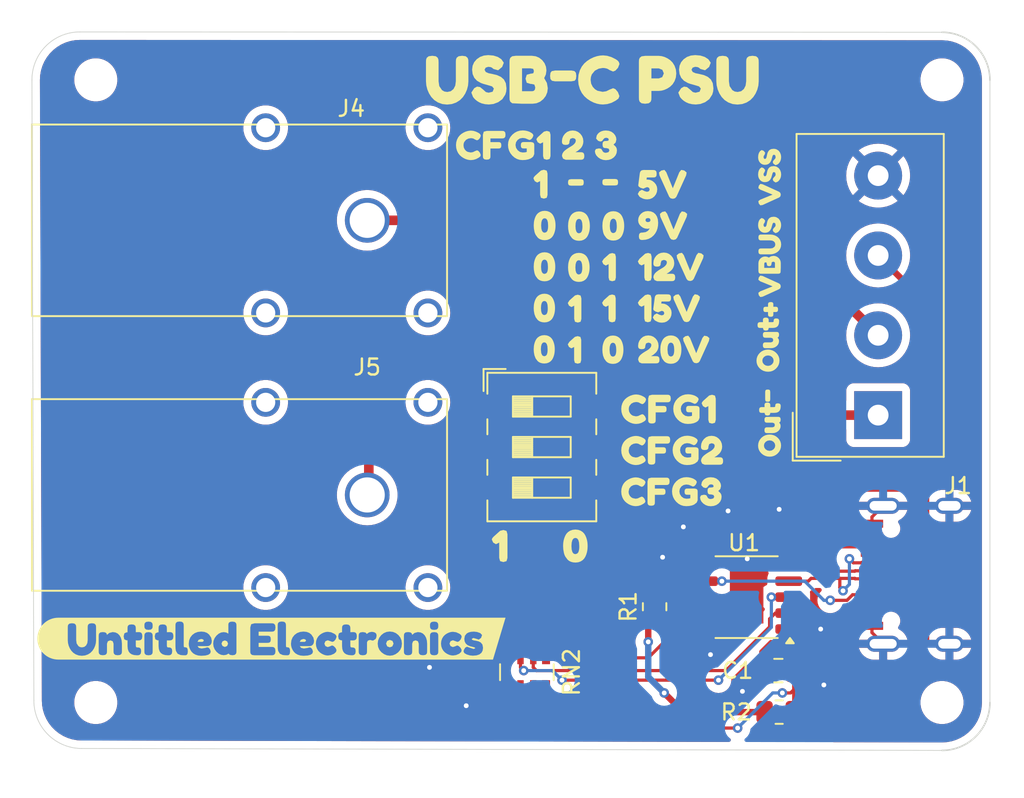
<source format=kicad_pcb>
(kicad_pcb (version 20240108) (generator "pcbnew") (generator_version "8.0")
  (layers (0 "F.Cu" signal) (31 "B.Cu" signal) (34 "B.Paste" user) (35 "F.Paste" user) (36 "B.SilkS" user "B.Silkscreen") (37 "F.SilkS" user "F.Silkscreen") (38 "B.Mask" user) (39 "F.Mask" user) (44 "Edge.Cuts" user))
  (net 0 "")
  (net 1 "VSS")
  (net 2 "VCC")
  (net 4 "CC2")
  (net 5 "VBUS")
  (net 6 "D-")
  (net 7 "D+")
  (net 8 "CC1")
  (net 10 "Output+")
  (net 11 "Output-")
  (net 12 "Net-(U1-VBUS)")
  (net 13 "CFG2")
  (net 14 "CFG3")
  (net 15 "CFG1")
  (footprint "kibuzzard-67742A98" (layer "F.Cu") (at 115.1 47.7)
    (property "Reference" "kibuzzard-67742A98" (hide yes))
    (property "Value" "G***" (hide yes))
  )
  (footprint "kibuzzard-6774292F" (layer "F.Cu") (at 114.8 65.2)
    (property "Reference" "kibuzzard-6774292F" (hide yes))
    (property "Value" "G***" (hide yes))
  )
  (footprint "kibuzzard-67742BF7" (layer "F.Cu") (at 129.1 52.1 90)
    (property "Reference" "kibuzzard-67742BF7" (hide yes))
    (property "Value" "G***" (hide yes))
  )
  (footprint "kibuzzard-67742BC8" (layer "F.Cu") (at 129.2 42.1 90)
    (property "Reference" "kibuzzard-67742BC8" (hide yes))
    (property "Value" "G***" (hide yes))
  )
  (footprint "Resistor_SMD:R_Array_Convex_4x0603" (layer "F.Cu") (at 114 73.1 -90)
    (property "Reference" "RN2" (at 0 -2.8 90) (layer "F.SilkS"))
    (property "Value" "R_Pack04")
    (pad "1" smd rect (at -0.9 -1.2 270) (size 0.8 0.5) (layers "F.Cu" "F.Paste" "F.Mask") (net 15 "CFG1"))
    (pad "2" smd rect (at -0.9 -0.4 270) (size 0.8 0.4) (layers "F.Cu" "F.Paste" "F.Mask") (net 13 "CFG2"))
    (pad "3" smd rect (at -0.9 0.4 270) (size 0.8 0.4) (layers "F.Cu" "F.Paste" "F.Mask") (net 14 "CFG3"))
    (pad "4" smd rect (at -0.9 1.2 270) (size 0.8 0.5) (layers "F.Cu" "F.Paste" "F.Mask"))
    (pad "5" smd rect (at 0.9 1.2 270) (size 0.8 0.5) (layers "F.Cu" "F.Paste" "F.Mask") (net 2 "VCC"))
    (pad "6" smd rect (at 0.9 0.4 270) (size 0.8 0.4) (layers "F.Cu" "F.Paste" "F.Mask") (net 2 "VCC"))
    (pad "7" smd rect (at 0.9 -0.4 270) (size 0.8 0.4) (layers "F.Cu" "F.Paste" "F.Mask") (net 2 "VCC"))
    (pad "8" smd rect (at 0.9 -1.2 270) (size 0.8 0.5) (layers "F.Cu" "F.Paste" "F.Mask") (net 2 "VCC"))
  )
  (footprint "UE-Connector:Banana24_245_1" (layer "F.Cu") (at 104 62)
    (property "Reference" "J5" (at 0 -8 0) (layer "F.SilkS"))
    (property "Value" "Output Negative")
    (pad "" thru_hole circle (at -6.36 -5.8) (size 1.8 1.8) (drill 1.2) (layers "*.Cu" "*.Mask"))
    (pad "" thru_hole circle (at -6.36 5.8) (size 1.8 1.8) (drill 1.2) (layers "*.Cu" "*.Mask"))
    (pad "" thru_hole circle (at 3.8 -5.8) (size 1.8 1.8) (drill 1.2) (layers "*.Cu" "*.Mask"))
    (pad "" thru_hole circle (at 3.8 5.8) (size 1.8 1.8) (drill 1.2) (layers "*.Cu" "*.Mask"))
    (pad "1" thru_hole circle (at 0 0) (size 2.8 2.8) (drill 2.2) (layers "*.Cu" "*.Mask") (net 11 "Output-"))
  )
  (footprint "UE_USB:USB_C_Receptical-Jing" (layer "F.Cu") (at 136.3125 67 90)
    (property "Reference" "J1" (at 5.575 4.7 0) (layer "F.SilkS"))
    (property "Value" "USB_C_Receptacle")
    (pad "" np_thru_hole circle (at -2.89 0.5 90) (size 0.65 0.65) (drill 0.65) (layers "*.Cu" "*.Mask"))
    (pad "" np_thru_hole circle (at 2.89 0.5 90) (size 0.65 0.65) (drill 0.65) (layers "*.Cu" "*.Mask"))
    (pad "A1" smd rect (at -3.325 -0.7 90) (size 0.25 1.4) (layers "F.Cu" "F.Paste" "F.Mask") (net 1 "VSS"))
    (pad "A4" smd rect (at -2.525 -0.7 90) (size 0.25 1.4) (layers "F.Cu" "F.Paste" "F.Mask") (net 5 "VBUS"))
    (pad "A5" smd rect (at -1.25 -0.7 90) (size 0.25 1.4) (layers "F.Cu" "F.Paste" "F.Mask") (net 8 "CC1"))
    (pad "A6" smd rect (at -0.25 -0.7 90) (size 0.25 1.4) (layers "F.Cu" "F.Paste" "F.Mask") (net 7 "D+"))
    (pad "A7" smd rect (at 0.25 -0.7 90) (size 0.25 1.4) (layers "F.Cu" "F.Paste" "F.Mask") (net 6 "D-"))
    (pad "A8" smd rect (at -1.75 -0.7 90) (size 0.25 1.4) (layers "F.Cu" "F.Paste" "F.Mask"))
    (pad "A9" smd rect (at 2.525 -0.7 90) (size 0.25 1.4) (layers "F.Cu" "F.Paste" "F.Mask") (net 5 "VBUS"))
    (pad "A12" smd rect (at 3.325 -0.7 90) (size 0.25 1.4) (layers "F.Cu" "F.Paste" "F.Mask") (net 1 "VSS"))
    (pad "B1" smd rect (at 3.075 -0.7 90) (size 0.25 1.4) (layers "F.Cu" "F.Paste" "F.Mask") (net 1 "VSS"))
    (pad "B4" smd rect (at 2.275 -0.7 90) (size 0.25 1.4) (layers "F.Cu" "F.Paste" "F.Mask") (net 5 "VBUS"))
    (pad "B5" smd rect (at 1.75 -0.7 90) (size 0.25 1.4) (layers "F.Cu" "F.Paste" "F.Mask") (net 4 "CC2"))
    (pad "B6" smd rect (at 0.75 -0.7 90) (size 0.25 1.4) (layers "F.Cu" "F.Paste" "F.Mask") (net 7 "D+"))
    (pad "B7" smd rect (at -0.75 -0.7 90) (size 0.25 1.4) (layers "F.Cu" "F.Paste" "F.Mask") (net 6 "D-"))
    (pad "B8" smd rect (at 1.25 -0.7 90) (size 0.25 1.4) (layers "F.Cu" "F.Paste" "F.Mask"))
    (pad "B9" smd rect (at -2.275 -0.7 90) (size 0.25 1.4) (layers "F.Cu" "F.Paste" "F.Mask") (net 5 "VBUS"))
    (pad "B12" smd rect (at -3.075 -0.7 90) (size 0.25 1.4) (layers "F.Cu" "F.Paste" "F.Mask") (net 1 "VSS"))
    (pad "S1" thru_hole oval (at -4.32 0 90) (size 1 2.1) (drill oval 0.6 1.7) (layers "*.Cu" "*.Mask") (net 1 "VSS"))
    (pad "S1" thru_hole oval (at -4.32 4.15 90) (size 1 1.8) (drill oval 0.6 1.4) (layers "*.Cu" "*.Mask") (net 1 "VSS"))
    (pad "S1" thru_hole oval (at 4.32 0 90) (size 1 2.1) (drill oval 0.6 1.7) (layers "*.Cu" "*.Mask") (net 1 "VSS"))
    (pad "S1" thru_hole oval (at 4.32 4.15 90) (size 1 1.8) (drill oval 0.6 1.4) (layers "*.Cu" "*.Mask") (net 1 "VSS"))
  )
  (footprint "Resistor_SMD:R_0805_2012Metric" (layer "F.Cu") (at 129.8 75.6)
    (property "Reference" "R2" (at -2.6875 0 0) (layer "F.SilkS"))
    (property "Value" "1k")
    (pad "1" smd roundrect (at -0.9125 0) (size 1.025 1.4) (layers "F.Cu" "F.Paste" "F.Mask") (roundrect_rratio 0.243902) (net 5 "VBUS"))
    (pad "2" smd roundrect (at 0.9125 0) (size 1.025 1.4) (layers "F.Cu" "F.Paste" "F.Mask") (roundrect_rratio 0.243902) (net 2 "VCC"))
  )
  (footprint "UE-Connector:Banana24_245_1" (layer "F.Cu") (at 104 44.8)
    (property "Reference" "J4" (at -1 -7 0) (layer "F.SilkS"))
    (property "Value" "Output Positive")
    (pad "" thru_hole circle (at -6.36 -5.8) (size 1.8 1.8) (drill 1.2) (layers "*.Cu" "*.Mask"))
    (pad "" thru_hole circle (at -6.36 5.8) (size 1.8 1.8) (drill 1.2) (layers "*.Cu" "*.Mask"))
    (pad "" thru_hole circle (at 3.8 -5.8) (size 1.8 1.8) (drill 1.2) (layers "*.Cu" "*.Mask"))
    (pad "" thru_hole circle (at 3.8 5.8) (size 1.8 1.8) (drill 1.2) (layers "*.Cu" "*.Mask"))
    (pad "1" thru_hole circle (at 0 0) (size 2.8 2.8) (drill 2.2) (layers "*.Cu" "*.Mask") (net 10 "Output+"))
  )
  (footprint "kibuzzard-67742999" (layer "F.Cu") (at 114.6 40.1)
    (property "Reference" "kibuzzard-67742999" (hide yes))
    (property "Value" "G***" (hide yes))
  )
  (footprint "kibuzzard-67742ABC" (layer "F.Cu") (at 119.4 48)
    (property "Reference" "kibuzzard-67742ABC" (hide yes))
    (property "Value" "G***" (hide yes))
  )
  (footprint "kibuzzard-67742BCF" (layer "F.Cu") (at 129.2 47.1 90)
    (property "Reference" "kibuzzard-67742BCF" (hide yes))
    (property "Value" "G***" (hide yes))
  )
  (footprint "kibuzzard-67742CFE" (layer "F.Cu") (at 98 71)
    (property "Reference" "kibuzzard-67742CFE" (hide yes))
    (property "Value" "G***" (hide yes))
  )
  (footprint "kibuzzard-67742BE6" (layer "F.Cu") (at 129.2 57.5 90)
    (property "Reference" "kibuzzard-67742BE6" (hide yes))
    (property "Value" "G***" (hide yes))
  )
  (footprint "MountingHole:MountingHole_2.2mm_M2" (layer "F.Cu") (at 87 75)
    (property "Reference" "H4" (hide yes))
    (property "Value" "MountingHole")
    (pad "" np_thru_hole circle (at 0 0) (size 2.2 2.2) (drill 2.2) (layers "*.Cu" "*.Mask"))
  )
  (footprint "kibuzzard-67741D43" (layer "F.Cu") (at 123.1 59.2)
    (property "Reference" "kibuzzard-67741D43" (hide yes))
    (property "Value" "G***" (hide yes))
  )
  (footprint "Package_SO:SSOP-10-1EP_3.9x4.9mm_P1mm_EP2.1x3.3mm" (layer "F.Cu") (at 127.7625 68.4 180)
    (property "Reference" "U1" (at 0.1625 3.4 0) (layer "F.SilkS"))
    (property "Value" "CH224K")
    (pad "1" smd roundrect (at -2.6375 -2 180) (size 1.675 0.6) (layers "F.Cu" "F.Paste" "F.Mask") (net 2 "VCC"))
    (pad "2" smd roundrect (at -2.6375 -1 180) (size 1.675 0.6) (layers "F.Cu" "F.Paste" "F.Mask") (net 13 "CFG2"))
    (pad "3" smd roundrect (at -2.6375 0 180) (size 1.675 0.6) (layers "F.Cu" "F.Paste" "F.Mask") (net 14 "CFG3"))
    (pad "4" smd roundrect (at -2.6375 1 180) (size 1.675 0.6) (layers "F.Cu" "F.Paste" "F.Mask") (net 7 "D+"))
    (pad "5" smd roundrect (at -2.6375 2 180) (size 1.675 0.6) (layers "F.Cu" "F.Paste" "F.Mask") (net 6 "D-"))
    (pad "6" smd roundrect (at 2.6375 2 180) (size 1.675 0.6) (layers "F.Cu" "F.Paste" "F.Mask") (net 4 "CC2"))
    (pad "7" smd roundrect (at 2.6375 1 180) (size 1.675 0.6) (layers "F.Cu" "F.Paste" "F.Mask") (net 8 "CC1"))
    (pad "8" smd roundrect (at 2.6375 0 180) (size 1.675 0.6) (layers "F.Cu" "F.Paste" "F.Mask") (net 12 "Net-(U1-VBUS)"))
    (pad "9" smd roundrect (at 2.6375 -1 180) (size 1.675 0.6) (layers "F.Cu" "F.Paste" "F.Mask") (net 15 "CFG1"))
    (pad "10" smd roundrect (at 2.6375 -2 180) (size 1.675 0.6) (layers "F.Cu" "F.Paste" "F.Mask"))
    (pad "11" smd rect (at 0 0 180) (size 2.1 3.3) (property pad_prop_heatsink) (layers "F.Cu" "F.Mask") (net 1 "VSS"))
  )
  (footprint "MountingHole:MountingHole_2.2mm_M2" (layer "F.Cu") (at 140 75)
    (property "Reference" "H3" (hide yes))
    (property "Value" "MountingHole")
    (pad "" np_thru_hole circle (at 0 0) (size 2.2 2.2) (drill 2.2) (layers "*.Cu" "*.Mask"))
  )
  (footprint "kibuzzard-67742AAA" (layer "F.Cu") (at 117.249916 48)
    (property "Reference" "kibuzzard-67742AAA" (hide yes))
    (property "Value" "G***" (hide yes))
  )
  (footprint "kibuzzard-67742CEC" (layer "F.Cu") (at 118.1 36)
    (property "Reference" "kibuzzard-67742CEC" (hide yes))
    (property "Value" "G***" (hide yes))
  )
  (footprint "kibuzzard-67742882" (layer "F.Cu") (at 123.2 47.7)
    (property "Reference" "kibuzzard-67742882" (hide yes))
    (property "Value" "G***" (hide yes))
  )
  (footprint "TerminalBlock_Altech:Altech_AK100_1x04_P5.00mm" (layer "F.Cu") (at 136 57 90)
    (property "Reference" "J3" (hide yes))
    (property "Value" "InterUnit Connections")
    (pad "1" thru_hole rect (at 0 0 90) (size 3 3) (drill 1.3) (layers "*.Cu" "*.Mask") (net 11 "Output-"))
    (pad "2" thru_hole circle (at 5 0 90) (size 3 3) (drill 1.3) (layers "*.Cu" "*.Mask") (net 10 "Output+"))
    (pad "3" thru_hole circle (at 10 0 90) (size 3 3) (drill 1.3) (layers "*.Cu" "*.Mask") (net 5 "VBUS"))
    (pad "4" thru_hole circle (at 15 0 90) (size 3 3) (drill 1.3) (layers "*.Cu" "*.Mask") (net 1 "VSS"))
  )
  (footprint "MountingHole:MountingHole_2.2mm_M2" (layer "F.Cu") (at 140 36)
    (property "Reference" "H2" (hide yes))
    (property "Value" "MountingHole")
    (pad "" np_thru_hole circle (at 0 0) (size 2.2 2.2) (drill 2.2) (layers "*.Cu" "*.Mask"))
  )
  (footprint "Resistor_SMD:R_0805_2012Metric" (layer "F.Cu") (at 122 69 90)
    (property "Reference" "R1" (at 0 -1.65 90) (layer "F.SilkS"))
    (property "Value" "10k")
    (pad "1" smd roundrect (at -0.9125 0 90) (size 1.025 1.4) (layers "F.Cu" "F.Paste" "F.Mask") (roundrect_rratio 0.243902) (net 5 "VBUS"))
    (pad "2" smd roundrect (at 0.9125 0 90) (size 1.025 1.4) (layers "F.Cu" "F.Paste" "F.Mask") (roundrect_rratio 0.243902) (net 12 "Net-(U1-VBUS)"))
  )
  (footprint "MountingHole:MountingHole_2.2mm_M2" (layer "F.Cu") (at 87 36)
    (property "Reference" "H1" (hide yes))
    (property "Value" "MountingHole")
    (pad "" np_thru_hole circle (at 0 0) (size 2.2 2.2) (drill 2.2) (layers "*.Cu" "*.Mask"))
  )
  (footprint "Capacitor_SMD:C_0805_2012Metric" (layer "F.Cu") (at 129.75 73 180)
    (property "Reference" "C1" (at 2.55 0 0) (layer "F.SilkS"))
    (property "Value" "1uF")
    (pad "1" smd roundrect (at -0.95 0 180) (size 1 1.45) (layers "F.Cu" "F.Paste" "F.Mask") (net 2 "VCC"))
    (pad "2" smd roundrect (at 0.95 0 180) (size 1 1.45) (layers "F.Cu" "F.Paste" "F.Mask") (net 1 "VSS"))
  )
  (footprint "Button_Switch_SMD:SW_DIP_SPSTx03_Slide_6.7x9.18mm_W6.73mm_P2.54mm_LowProfile_JPin" (layer "F.Cu") (at 114.935 59)
    (property "Reference" "SW1" (hide yes))
    (property "Value" "SW_DIP_x03")
    (pad "1" smd rect (at -3.365 -2.54) (size 2.16 1.12) (layers "F.Cu" "F.Paste" "F.Mask") (net 15 "CFG1"))
    (pad "2" smd rect (at -3.365 0) (size 2.16 1.12) (layers "F.Cu" "F.Paste" "F.Mask") (net 13 "CFG2"))
    (pad "3" smd rect (at -3.365 2.54) (size 2.16 1.12) (layers "F.Cu" "F.Paste" "F.Mask") (net 14 "CFG3"))
    (pad "4" smd rect (at 3.365 2.54) (size 2.16 1.12) (layers "F.Cu" "F.Paste" "F.Mask") (net 1 "VSS"))
    (pad "5" smd rect (at 3.365 0) (size 2.16 1.12) (layers "F.Cu" "F.Paste" "F.Mask") (net 1 "VSS"))
    (pad "6" smd rect (at 3.365 -2.54) (size 2.16 1.12) (layers "F.Cu" "F.Paste" "F.Mask") (net 1 "VSS"))
  )
  (gr_line (start 140 33.02132) (end 86 33) (stroke (width 0.05)) (layer "Edge.Cuts"))
  (gr_arc (start 83 36) (mid 83.87868 33.87868) (end 86 33) (stroke (width 0.05)) (layer "Edge.Cuts"))
  (gr_line (start 143 75) (end 143 36.02132) (stroke (width 0.05)) (layer "Edge.Cuts"))
  (gr_arc (start 143 75) (mid 142.12132 77.12132) (end 140 78) (stroke (width 0.1)) (layer "Edge.Cuts"))
  (gr_line (start 86.12132 77.87868) (end 140 78) (stroke (width 0.05)) (layer "Edge.Cuts"))
  (gr_arc (start 140 33.02132) (mid 142.12132 33.9) (end 143 36.02132) (stroke (width 0.1)) (layer "Edge.Cuts"))
  (gr_line (start 83 36) (end 83.12132 74.87868) (stroke (width 0.05)) (layer "Edge.Cuts"))
  (gr_arc (start 86.12132 77.87868) (mid 84 77) (end 83.12132 74.87868) (stroke (width 0.05)) (layer "Edge.Cuts"))
  (segment (start 135.6125 63.38) (end 136.3125 62.68) (width 0.2) (layer "F.Cu") (net 1))
  (segment (start 135.6125 70.325) (end 135.6125 70.62) (width 0.2) (layer "F.Cu") (net 1))
  (segment (start 135.6125 63.925) (end 135.6125 63.38) (width 0.2) (layer "F.Cu") (net 1))
  (segment (start 135.6125 70.62) (end 136.3125 71.32) (width 0.2) (layer "F.Cu") (net 1))
  (via (at 127.8 66) (size 0.6) (drill 0.3) (layers "F.Cu" "B.Cu") (net 1))
  (via (at 123.8 64) (size 0.6) (drill 0.3) (layers "F.Cu" "B.Cu") (net 1))
  (via (at 132.4 70.4) (size 0.6) (drill 0.3) (layers "F.Cu" "B.Cu") (net 1))
  (via (at 127.5 74.3) (size 0.6) (drill 0.3) (layers "F.Cu" "B.Cu") (net 1))
  (via (at 110.2 75.2) (size 0.6) (drill 0.3) (layers "F.Cu" "B.Cu") (net 1))
  (via (at 132.6 73.9) (size 0.6) (drill 0.3) (layers "F.Cu" "B.Cu") (net 1))
  (via (at 126.6 63) (size 0.6) (drill 0.3) (layers "F.Cu" "B.Cu") (net 1))
  (via (at 122.5 65.9) (size 0.6) (drill 0.3) (layers "F.Cu" "B.Cu") (net 1))
  (via (at 125.5 72) (size 0.6) (drill 0.3) (layers "F.Cu" "B.Cu") (net 1))
  (via (at 107.9 72.8) (size 0.6) (drill 0.3) (layers "F.Cu" "B.Cu") (net 1))
  (via (at 129.8 62.9) (size 0.6) (drill 0.3) (layers "F.Cu" "B.Cu") (net 1))
  (segment (start 130.7 73) (end 130.7 70.7) (width 0.2) (layer "F.Cu") (net 2))
  (segment (start 130 74.4) (end 130.5125 74.4) (width 0.2) (layer "F.Cu") (net 2))
  (segment (start 130.7125 75.6) (end 130.7125 74.2) (width 0.2) (layer "F.Cu") (net 2))
  (segment (start 130.7125 74.2) (end 130.7125 73.0125) (width 0.2) (layer "F.Cu") (net 2))
  (segment (start 130.7125 73.0125) (end 130.7 73) (width 0.2) (layer "F.Cu") (net 2))
  (segment (start 117.8 76.6) (end 127.2 76.6) (width 0.2) (layer "F.Cu") (net 2))
  (segment (start 130.7 70.7) (end 130.4 70.4) (width 0.2) (layer "F.Cu") (net 2))
  (segment (start 130.5125 74.4) (end 130.7125 74.2) (width 0.2) (layer "F.Cu") (net 2))
  (segment (start 115.2 74) (end 115.8 74.6) (width 0.2) (layer "F.Cu") (net 2))
  (segment (start 115.8 74.6) (end 117.8 76.6) (width 0.2) (layer "F.Cu") (net 2))
  (segment (start 112.8 74) (end 115.2 74) (width 0.2) (layer "F.Cu") (net 2))
  (via (at 130 74.4) (size 0.6) (drill 0.3) (layers "F.Cu" "B.Cu") (net 2))
  (via (at 127.2 76.6) (size 0.6) (drill 0.3) (layers "F.Cu" "B.Cu") (net 2))
  (segment (start 129.4 74.4) (end 130 74.4) (width 0.2) (layer "B.Cu") (net 2))
  (segment (start 127.2 76.6) (end 129.4 74.4) (width 0.2) (layer "B.Cu") (net 2))
  (segment (start 126.275 65.25) (end 125.125 66.4) (width 0.2) (layer "F.Cu") (net 4))
  (segment (start 135.6125 65.25) (end 126.275 65.25) (width 0.2) (layer "F.Cu") (net 4))
  (segment (start 135.6125 69.525) (end 134.7125 69.525) (width 0.4) (layer "F.Cu") (net 5))
  (segment (start 133.6 75.8) (end 132.2 77.2) (width 0.4) (layer "F.Cu") (net 5))
  (segment (start 138.4 61.6) (end 139 61) (width 0.4) (layer "F.Cu") (net 5))
  (segment (start 139 71.2) (end 139 61) (width 0.4) (layer "F.Cu") (net 5))
  (segment (start 139 61) (end 139 50) (width 0.4) (layer "F.Cu") (net 5))
  (segment (start 134 61.6) (end 138.4 61.6) (width 0.4) (layer "F.Cu") (net 5))
  (segment (start 135.6125 64.475) (end 134.275 64.475) (width 0.4) (layer "F.Cu") (net 5))
  (segment (start 134.7125 69.525) (end 133.6 70.6375) (width 0.4) (layer "F.Cu") (net 5))
  (segment (start 121.6 71.2) (end 121.6 70.3125) (width 0.4) (layer "F.Cu") (net 5))
  (segment (start 135.6125 69.275) (end 135.6125 69.525) (width 0.4) (layer "F.Cu") (net 5))
  (segment (start 133.8 61.8) (end 134 61.6) (width 0.4) (layer "F.Cu") (net 5))
  (segment (start 134.275 64.475) (end 133.8 64) (width 0.4) (layer "F.Cu") (net 5))
  (segment (start 133.8 64) (end 133.8 61.8) (width 0.4) (layer "F.Cu") (net 5))
  (segment (start 133.6 74.2) (end 136 74.2) (width 0.4) (layer "F.Cu") (net 5))
  (segment (start 133.6 70.6375) (end 133.6 74.2) (width 0.4) (layer "F.Cu") (net 5))
  (segment (start 123.8 75.6) (end 122.6 74.4) (width 0.4) (layer "F.Cu") (net 5))
  (segment (start 130 77.2) (end 128.8875 76.0875) (width 0.4) (layer "F.Cu") (net 5))
  (segment (start 128.8875 76.0875) (end 128.8875 75.6) (width 0.4) (layer "F.Cu") (net 5))
  (segment (start 132.2 77.2) (end 130 77.2) (width 0.4) (layer "F.Cu") (net 5))
  (segment (start 121.6 70.3125) (end 122 69.9125) (width 0.4) (layer "F.Cu") (net 5))
  (segment (start 128.8875 75.6) (end 123.8 75.6) (width 0.4) (layer "F.Cu") (net 5))
  (segment (start 139 50) (end 136 47) (width 0.4) (layer "F.Cu") (net 5))
  (segment (start 136 74.2) (end 139 71.2) (width 0.4) (layer "F.Cu") (net 5))
  (segment (start 133.6 74.2) (end 133.6 75.8) (width 0.4) (layer "F.Cu") (net 5))
  (via (at 121.6 71.2) (size 0.6) (drill 0.3) (layers "F.Cu" "B.Cu") (net 5))
  (via (at 122.6 74.4) (size 0.6) (drill 0.3) (layers "F.Cu" "B.Cu") (net 5))
  (segment (start 122.6 74.4) (end 121.6 73.4) (width 0.4) (layer "B.Cu") (net 5))
  (segment (start 121.6 73.4) (end 121.6 71.2) (width 0.4) (layer "B.Cu") (net 5))
  (segment (start 135.6125 66.75) (end 134.562499 66.75) (width 0.2) (layer "F.Cu") (net 6))
  (segment (start 134.537499 66.775) (end 131.737817 66.775) (width 0.2) (layer "F.Cu") (net 6))
  (segment (start 137 67.4) (end 137 67) (width 0.2) (layer "F.Cu") (net 6))
  (segment (start 131.737817 66.775) (end 131.362817 66.4) (width 0.2) (layer "F.Cu") (net 6))
  (segment (start 136.75 66.75) (end 135.6125 66.75) (width 0.2) (layer "F.Cu") (net 6))
  (segment (start 134.562499 66.75) (end 134.537499 66.775) (width 0.2) (layer "F.Cu") (net 6))
  (segment (start 137 67) (end 136.75 66.75) (width 0.2) (layer "F.Cu") (net 6))
  (segment (start 135.6125 67.75) (end 136.65 67.75) (width 0.2) (layer "F.Cu") (net 6))
  (segment (start 131.362817 66.4) (end 130.4 66.4) (width 0.2) (layer "F.Cu") (net 6))
  (segment (start 136.65 67.75) (end 137 67.4) (width 0.2) (layer "F.Cu") (net 6))
  (segment (start 135.6125 67.25) (end 134.562499 67.25) (width 0.2) (layer "F.Cu") (net 7))
  (segment (start 131.625 67.4) (end 130.4 67.4) (width 0.2) (layer "F.Cu") (net 7))
  (segment (start 134.45 66.25) (end 134.2 66) (width 0.2) (layer "F.Cu") (net 7))
  (segment (start 133.8 68) (end 133.6 67.8) (width 0.2) (layer "F.Cu") (net 7))
  (segment (start 134.562499 67.25) (end 134.537499 67.225) (width 0.2) (layer "F.Cu") (net 7))
  (segment (start 133.6 67.8) (end 133.6 67.225) (width 0.2) (layer "F.Cu") (net 7))
  (segment (start 135.6125 66.25) (end 134.45 66.25) (width 0.2) (layer "F.Cu") (net 7))
  (segment (start 131.8 67.225) (end 131.625 67.4) (width 0.2) (layer "F.Cu") (net 7))
  (segment (start 133.6 67.225) (end 131.8 67.225) (width 0.2) (layer "F.Cu") (net 7))
  (segment (start 134.537499 67.225) (end 133.6 67.225) (width 0.2) (layer "F.Cu") (net 7))
  (via (at 133.8 68) (size 0.6) (drill 0.3) (layers "F.Cu" "B.Cu") (net 7))
  (via (at 134.2 66) (size 0.6) (drill 0.3) (layers "F.Cu" "B.Cu") (net 7))
  (segment (start 134.2 67.6) (end 133.8 68) (width 0.2) (layer "B.Cu") (net 7))
  (segment (start 134.2 66) (end 134.2 67.6) (width 0.2) (layer "B.Cu") (net 7))
  (segment (start 126.212498 67.4) (end 125.125 67.4) (width 0.2) (layer "F.Cu") (net 8))
  (segment (start 135.6125 68.25) (end 134.398529 68.25) (width 0.2) (layer "F.Cu") (net 8))
  (segment (start 134.048529 68.6) (end 133 68.6) (width 0.2) (layer "F.Cu") (net 8))
  (segment (start 134.398529 68.25) (end 134.048529 68.6) (width 0.2) (layer "F.Cu") (net 8))
  (via (at 133 68.6) (size 0.6) (drill 0.3) (layers "F.Cu" "B.Cu") (net 8))
  (via (at 126.212498 67.4) (size 0.6) (drill 0.3) (layers "F.Cu" "B.Cu") (net 8))
  (segment (start 131.4 67.4) (end 126.212498 67.4) (width 0.2) (layer "B.Cu") (net 8))
  (segment (start 133 68.6) (end 132.6 68.6) (width 0.2) (layer "B.Cu") (net 8))
  (segment (start 132.6 68.6) (end 131.4 67.4) (width 0.2) (layer "B.Cu") (net 8))
  (segment (start 136 52) (end 128.8 44.8) (width 0.6) (layer "F.Cu") (net 10))
  (segment (start 128.8 44.8) (end 104 44.8) (width 0.6) (layer "F.Cu") (net 10))
  (segment (start 136 57) (end 129.9 57) (width 0.6) (layer "F.Cu") (net 11))
  (segment (start 129.9 57) (end 126 53.1) (width 0.6) (layer "F.Cu") (net 11))
  (segment (start 126 53.1) (end 107.7 53.1) (width 0.6) (layer "F.Cu") (net 11))
  (segment (start 104.1 56.7) (end 104.1 61.9) (width 0.6) (layer "F.Cu") (net 11))
  (segment (start 107.7 53.1) (end 104.1 56.7) (width 0.6) (layer "F.Cu") (net 11))
  (segment (start 104.1 61.9) (end 104 62) (width 0.6) (layer "F.Cu") (net 11))
  (segment (start 122 68.0875) (end 124.8125 68.0875) (width 0.4) (layer "F.Cu") (net 12))
  (segment (start 124.8125 68.0875) (end 125.125 68.4) (width 0.4) (layer "F.Cu") (net 12))
  (segment (start 114.4 72.8) (end 114.6 73) (width 0.2) (layer "F.Cu") (net 13))
  (segment (start 129.2 70.2625) (end 129.2 69.762501) (width 0.2) (layer "F.Cu") (net 13))
  (segment (start 114.4 61.83) (end 111.57 59) (width 0.2) (layer "F.Cu") (net 13))
  (segment (start 126.4625 73) (end 129.2 70.2625) (width 0.2) (layer "F.Cu") (net 13))
  (segment (start 114.4 72.2) (end 114.4 72.8) (width 0.2) (layer "F.Cu") (net 13))
  (segment (start 114.4 72.2) (end 114.4 61.83) (width 0.2) (layer "F.Cu") (net 13))
  (segment (start 114.6 73) (end 126.4625 73) (width 0.2) (layer "F.Cu") (net 13))
  (segment (start 129.2 69.762501) (end 129.562501 69.4) (width 0.2) (layer "F.Cu") (net 13))
  (segment (start 129.562501 69.4) (end 130.4 69.4) (width 0.2) (layer "F.Cu") (net 13))
  (segment (start 113.6 72.2) (end 113.6 63.57) (width 0.2) (layer "F.Cu") (net 14))
  (segment (start 116.2 73.6) (end 126 73.6) (width 0.2) (layer "F.Cu") (net 14))
  (segment (start 129.312502 68.4) (end 130.4 68.4) (width 0.2) (layer "F.Cu") (net 14))
  (segment (start 113.6 63.57) (end 111.57 61.54) (width 0.2) (layer "F.Cu") (net 14))
  (segment (start 113.6 72.2) (end 113.6 72.8) (width 0.2) (layer "F.Cu") (net 14))
  (segment (start 113.6 72.8) (end 113.8 73) (width 0.2) (layer "F.Cu") (net 14))
  (via (at 116.2 73.6) (size 0.6) (drill 0.3) (layers "F.Cu" "B.Cu") (net 14))
  (via (at 113.8 73) (size 0.6) (drill 0.3) (layers "F.Cu" "B.Cu") (net 14))
  (via (at 126 73.6) (size 0.6) (drill 0.3) (layers "F.Cu" "B.Cu") (net 14))
  (via (at 129.312502 68.4) (size 0.6) (drill 0.3) (layers "F.Cu" "B.Cu") (net 14))
  (segment (start 115.6 73) (end 116.2 73.6) (width 0.2) (layer "B.Cu") (net 14))
  (segment (start 113.8 73) (end 115.6 73) (width 0.2) (layer "B.Cu") (net 14))
  (segment (start 129.312502 70.287498) (end 129.312502 68.4) (width 0.2) (layer "B.Cu") (net 14))
  (segment (start 126 73.6) (end 129.312502 70.287498) (width 0.2) (layer "B.Cu") (net 14))
  (segment (start 115.2 60.09) (end 111.57 56.46) (width 0.2) (layer "F.Cu") (net 15))
  (segment (start 121.6 72.2) (end 124.4 69.4) (width 0.2) (layer "F.Cu") (net 15))
  (segment (start 124.4 69.4) (end 125.125 69.4) (width 0.2) (layer "F.Cu") (net 15))
  (segment (start 115.2 72.2) (end 121.6 72.2) (width 0.2) (layer "F.Cu") (net 15))
  (segment (start 115.2 72.2) (end 115.2 60.09) (width 0.2) (layer "F.Cu") (net 15))
  (zone (net 1) (net_name "VSS") (layers "F&B.Cu") (connect_pads (clearance 0.5)) (min_thickness 0.25) (fill yes (thermal_gap 0.5) (thermal_bridge_width 0.5))
    (polygon (pts (xy 81 31) (xy 145 31) (xy 145 81) (xy 81 81)))
  )
)
</source>
